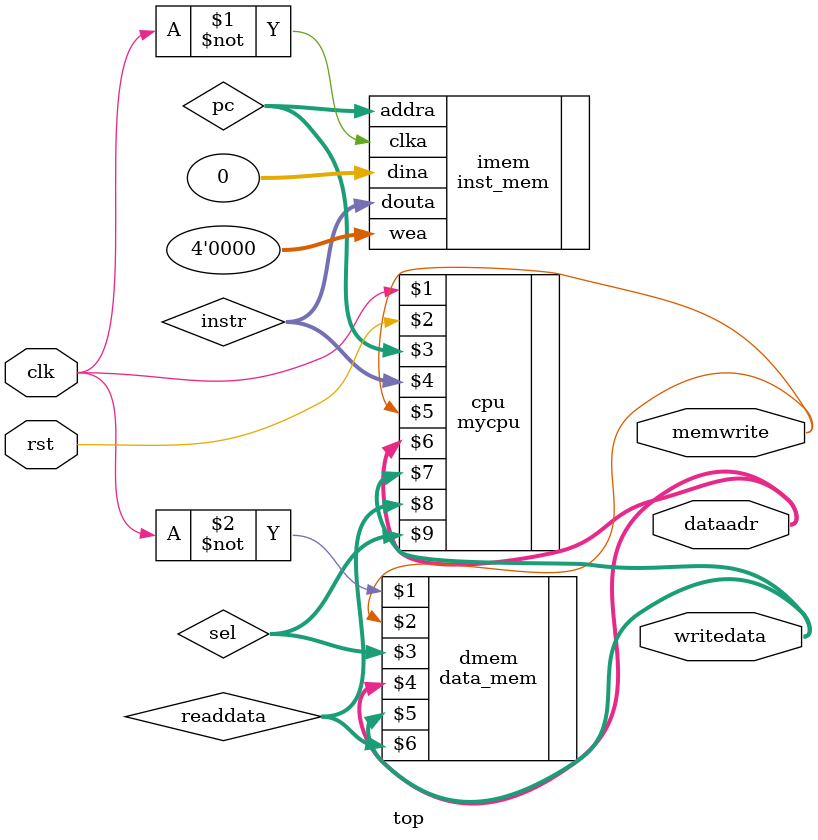
<source format=v>
`timescale 1ns / 1ps


module top(
	input wire clk,rst,
	output wire[31:0] writedata,dataadr,
	output wire memwrite
    );

	wire[31:0] pc,instr,readdata;
	wire [3:0] sel;
	mycpu cpu(clk,rst,pc,instr,memwrite,dataadr,writedata,readdata,sel);
	inst_mem imem(.clka(~clk),.wea(4'd0),.addra(pc),.dina(32'd0),.douta(instr));
	data_mem dmem(~clk,memwrite,sel,dataadr,writedata,readdata);
endmodule

</source>
